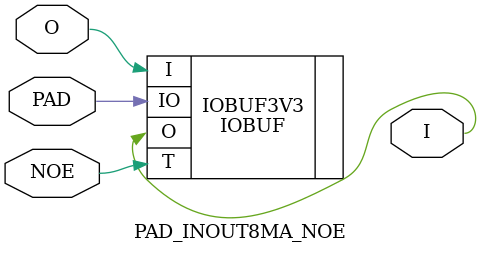
<source format=v>

module PAD_INOUT8MA_NOE (
   // Inouts
   PAD, 
   // Outputs
   I, 
   // Inputs
   O,
   NOE
   );
   inout PAD;
   output I;
   input O;
   input NOE;

  IOBUF #(
    .IOSTANDARD ("LVCMOS33"),
    .DRIVE(8)
  ) IOBUF3V3 (
    .O(I),
    .IO(PAD),
    .I(O),
    .T(NOE)
  );
    
endmodule // PAD_INOUT8MA_NOE

</source>
